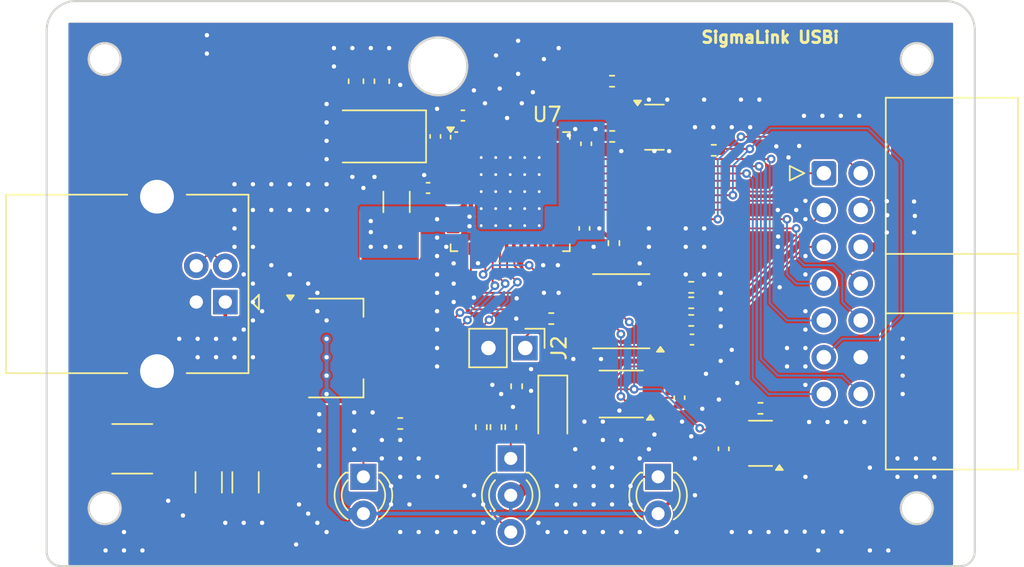
<source format=kicad_pcb>
(kicad_pcb (version 20240108) (generator "pcbnew") (generator_version "8.0")
  (title_block (title "SigmaLink USBi") (date "2018-10-09") (rev "v2r1") (company "SushiBits Projects"))
  (layers (0 "F.Cu" signal) (31 "B.Cu" signal) (34 "B.Paste" user) (35 "F.Paste" user) (36 "B.SilkS" user "B.Silkscreen") (37 "F.SilkS" user "F.Silkscreen") (38 "B.Mask" user) (39 "F.Mask" user) (44 "Edge.Cuts" user))
  (net 0 "")
  (net 1 "+5V")
  (net 2 "GND")
  (net 3 "VCC")
  (net 4 "/XTALO")
  (net 5 "/XTALI")
  (net 6 "Net-(D1-K)")
  (net 7 "Net-(D2-K1)")
  (net 8 "Net-(D2-K2)")
  (net 9 "Net-(D3-K)")
  (net 10 "/D-")
  (net 11 "/D+")
  (net 12 "Net-(J1-VBUS)")
  (net 13 "/~{TLATCH2}")
  (net 14 "/~{TLATCH3}")
  (net 15 "/TSCL")
  (net 16 "/TMCLK")
  (net 17 "/TSDA")
  (net 18 "/TVCC")
  (net 19 "/TOUT")
  (net 20 "/TRESET")
  (net 21 "/TCLK")
  (net 22 "/TDATA")
  (net 23 "/~{TLATCH1}")
  (net 24 "/~{TLATCH4}")
  (net 25 "/~{TLATCH5}")
  (net 26 "/SDA")
  (net 27 "/SCL")
  (net 28 "/MCK")
  (net 29 "Net-(J2-G1)")
  (net 30 "/RESET")
  (net 31 "/USB_EN")
  (net 32 "/LED_GPIO")
  (net 33 "/LED_SPI")
  (net 34 "/LED_I2C")
  (net 35 "Net-(U4-~{RESET})")
  (net 55 "Net-(U2-A2)")
  (net 56 "Net-(U2-A1)")
  (net 57 "Net-(U2-A0)")
  (net 58 "/Vcc(prom)")
  (footprint "Capacitor_SMD:C_0603_1608Metric" (layer "F.Cu") (at 141.11 86.03 90)
    (property "Reference" "C3" (hide yes))
    (property "Value" "22p")
  )
  (footprint "Capacitor_SMD:C_0603_1608Metric" (layer "F.Cu") (at 139.332 86.03 90)
    (property "Reference" "C4" (hide yes))
    (property "Value" "22p")
  )
  (footprint "Capacitor_SMD:C_0402_1005Metric" (layer "F.Cu") (at 155.2 90.348 -90)
    (property "Reference" "C5" (hide yes))
    (property "Value" "100n")
  )
  (footprint "Capacitor_SMD:C_0402_1005Metric" (layer "F.Cu") (at 144.8 89.84 90)
    (property "Reference" "C6" (hide yes))
    (property "Value" "100n")
  )
  (footprint "Capacitor_SMD:C_0402_1005Metric" (layer "F.Cu") (at 146.7 88.4 180)
    (property "Reference" "C7" (hide yes))
    (property "Value" "100n")
  )
  (footprint "Capacitor_SMD:C_0402_1005Metric" (layer "F.Cu") (at 155.08 96.19 -90)
    (property "Reference" "C9" (hide yes))
    (property "Value" "100n")
  )
  (footprint "Capacitor_SMD:C_0402_1005Metric" (layer "F.Cu") (at 162.4968 103.8608)
    (property "Reference" "C11" (hide yes))
    (property "Value" "100n")
  )
  (footprint "Capacitor_SMD:C_0402_1005Metric" (layer "F.Cu") (at 164.6812 111.402 90)
    (property "Reference" "C13" (hide yes))
    (property "Value" "100n")
  )
  (footprint "LED_THT:LED_D3.0mm" (layer "F.Cu") (at 160.16 113.335 -90)
    (property "Reference" "D1" (hide yes))
    (property "Value" "GPIO")
  )
  (footprint "LED_THT:LED_D3.0mm-3" (layer "F.Cu") (at 150 112.065 -90)
    (property "Reference" "D2" (hide yes))
    (property "Value" "MODE")
  )
  (footprint "LED_THT:LED_D3.0mm" (layer "F.Cu") (at 139.84 113.335 -90)
    (property "Reference" "D3" (hide yes))
    (property "Value" "POWER")
  )
  (footprint "Fuse:Fuse_1812_4532Metric_Pad1.30x3.40mm_HandSolder" (layer "F.Cu") (at 123.9 111.4 180)
    (property "Reference" "F1" (hide yes))
    (property "Value" "500mA")
  )
  (footprint "Connector_USB:USB_B_OST_USB-B1HSxx_Horizontal" (layer "F.Cu") (at 130.315 101.27 180)
    (property "Reference" "J1" (hide yes))
    (property "Value" "USB_B")
  )
  (footprint "Connector_IDC:IDC-Header_2x07_P2.54mm_Horizontal" (layer "F.Cu") (at 171.59 92.38)
    (property "Reference" "J3" (hide yes))
    (property "Value" "Target")
  )
  (footprint "Resistor_SMD:R_0402_1005Metric" (layer "F.Cu") (at 156.985 86.03 180)
    (property "Reference" "R6" (hide yes))
    (property "Value" "49.9")
  )
  (footprint "Package_TO_SOT_SMD:SOT-223-3_TabPin2" (layer "F.Cu") (at 137.935 104.445)
    (property "Reference" "U1" (hide yes))
    (property "Value" "AMS1117-3.3")
  )
  (footprint "Package_SO:SOIC-8_3.9x4.9mm_P1.27mm" (layer "F.Cu") (at 157.62 101.905 180)
    (property "Reference" "U2" (hide yes))
    (property "Value" "24LC512")
  )
  (footprint "Package_TO_SOT_SMD:SOT-23" (layer "F.Cu") (at 159.906 89.205)
    (property "Reference" "U4" (hide yes))
    (property "Value" "MAX809")
  )
  (footprint "Package_SO:VSSOP-8_3.0x3.0mm_P0.65mm" (layer "F.Cu") (at 157.62 107.62 180)
    (property "Reference" "U5" (hide yes))
    (property "Value" "74LVC2G66")
  )
  (footprint "Package_TO_SOT_SMD:SOT-23-5" (layer "F.Cu") (at 167.2212 111.021 180)
    (property "Reference" "U6" (hide yes))
    (property "Value" "TPS2051B")
  )
  (footprint "Crystal:Crystal_SMD_5032-2Pin_5.0x3.2mm" (layer "F.Cu") (at 141.11 89.84 180)
    (property "Reference" "Y1" (hide yes))
    (property "Value" "24MHz")
  )
  (footprint "Connector_PinHeader_2.54mm:PinHeader_1x02_P2.54mm_Vertical" (layer "F.Cu") (at 151 104.445 -90)
    (property "Reference" "J2")
    (property "Value" "Program")
  )
  (footprint "Diode_SMD:D_SOD-123" (layer "F.Cu") (at 152.9 108.7 -90)
    (property "Reference" "D4" (hide yes))
    (property "Value" "B5819W SL")
  )
  (footprint "Capacitor_SMD:C_1206_3216Metric" (layer "F.Cu") (at 129.172 113.716 -90)
    (property "Reference" "C1" (hide yes))
    (property "Value" "10V 47uF X5R")
  )
  (footprint "Resistor_SMD:R_0402_1005Metric" (layer "F.Cu") (at 150 109.906 90)
    (property "Reference" "R13" (hide yes))
    (property "Value" "510")
  )
  (footprint "Resistor_SMD:R_0402_1005Metric" (layer "F.Cu") (at 157.112 97.206 90)
    (property "Reference" "R5" (hide yes))
    (property "Value" "10k")
  )
  (footprint "Resistor_SMD:R_0402_1005Metric" (layer "F.Cu") (at 152.794 102.413)
    (property "Reference" "R9" (hide yes))
    (property "Value" "4k7")
  )
  (footprint "Resistor_SMD:R_0402_1005Metric" (layer "F.Cu") (at 167.2212 108.608)
    (property "Reference" "R10" (hide yes))
    (property "Value" "10k")
  )
  (footprint "Capacitor_SMD:C_0402_1005Metric" (layer "F.Cu") (at 161.6332 107.874 90)
    (property "Reference" "C12" (hide yes))
    (property "Value" "100n")
  )
  (footprint "Resistor_SMD:R_0402_1005Metric" (layer "F.Cu") (at 164 90.8 180)
    (property "Reference" "R7" (hide yes))
    (property "Value" "10k")
  )
  (footprint "Resistor_SMD:R_0402_1005Metric" (layer "F.Cu") (at 147.968 109.906 90)
    (property "Reference" "R12" (hide yes))
    (property "Value" "510")
  )
  (footprint "Resistor_SMD:R_0402_1005Metric" (layer "F.Cu") (at 142.38 109.652)
    (property "Reference" "R14" (hide yes))
    (property "Value" "510")
  )
  (footprint "Package_DFN_QFN:QFN-56-1EP_8x8mm_P0.5mm_EP4.5x5.2mm_ThermalVias_TopTented" (layer "F.Cu") (at 149.9625 93.65)
    (property "Reference" "U7")
    (property "Value" "CY7C68013A-56LTX")
  )
  (footprint "Resistor_SMD:R_0402_1005Metric" (layer "F.Cu") (at 157 89.84 180)
    (property "Reference" "R1" (hide yes))
    (property "Value" "4k7")
  )
  (footprint "Resistor_SMD:R_0402_1005Metric" (layer "F.Cu") (at 162.446 100.254 180)
    (property "Reference" "R2" (hide yes))
    (property "Value" "4k7")
  )
  (footprint "Capacitor_SMD:C_1206_3216Metric" (layer "F.Cu") (at 142.126 94.363 90)
    (property "Reference" "C10" (hide yes))
    (property "Value" "10V 47uF X5R")
  )
  (footprint "Resistor_SMD:R_0402_1005Metric" (layer "F.Cu") (at 150.4064 107.0866 90)
    (property "Reference" "R8" (hide yes))
    (property "Value" "4k7")
  )
  (footprint "Resistor_SMD:R_0402_1005Metric" (layer "F.Cu") (at 148.984 109.906 90)
    (property "Reference" "R11" (hide yes))
    (property "Value" "510")
  )
  (footprint "Resistor_SMD:R_0402_1005Metric" (layer "F.Cu") (at 162.446 102.54 180)
    (property "Reference" "R4" (hide yes))
    (property "Value" "4k7")
  )
  (footprint "Capacitor_SMD:C_1206_3216Metric" (layer "F.Cu") (at 131.712 113.716 -90)
    (property "Reference" "C8" (hide yes))
    (property "Value" "10V 47uF X5R")
  )
  (footprint "Capacitor_SMD:C_0402_1005Metric" (layer "F.Cu") (at 144.3 93.4 180)
    (property "Reference" "C2" (hide yes))
    (property "Value" "100n")
  )
  (footprint "Resistor_SMD:R_0402_1005Metric" (layer "F.Cu") (at 162.446 101.3208 180)
    (property "Reference" "R3" (hide yes))
    (property "Value" "4k7")
  )
  (gr_circle (center 122 115.5) (end 123.1 115.5) (stroke (width 0.15)) (fill none) (layer "Edge.Cuts"))
  (gr_arc (start 182 118.5) (mid 181.707107 119.207107) (end 181 119.5) (stroke (width 0.15)) (layer "Edge.Cuts"))
  (gr_arc (start 118 82.5) (mid 118.585786 81.085786) (end 120 80.5) (stroke (width 0.15)) (layer "Edge.Cuts"))
  (gr_line (start 118 118.5) (end 118 82.5) (stroke (width 0.15)) (layer "Edge.Cuts"))
  (gr_arc (start 180 80.5) (mid 181.38358 81.055802) (end 181.998163 82.414293) (stroke (width 0.15)) (layer "Edge.Cuts"))
  (gr_circle (center 145 85) (end 147 85) (stroke (width 0.15)) (fill none) (layer "Edge.Cuts"))
  (gr_line (start 181 119.5) (end 119 119.5) (stroke (width 0.15)) (layer "Edge.Cuts"))
  (gr_circle (center 178 84.5) (end 179.1 84.5) (stroke (width 0.15)) (fill none) (layer "Edge.Cuts"))
  (gr_circle (center 178 115.5) (end 179.1 115.5) (stroke (width 0.15)) (fill none) (layer "Edge.Cuts"))
  (gr_line (start 182 118.5) (end 182 82.414214) (stroke (width 0.15)) (layer "Edge.Cuts"))
  (gr_circle (center 122 84.5) (end 123.1 84.5) (stroke (width 0.15)) (fill none) (layer "Edge.Cuts"))
  (gr_line (start 180 80.5) (end 120 80.5) (stroke (width 0.15)) (layer "Edge.Cuts"))
  (gr_arc (start 119 119.5) (mid 118.292893 119.207107) (end 118 118.5) (stroke (width 0.15)) (layer "Edge.Cuts"))
  (gr_text "SigmaLink USBi" (at 167.9 83 0) (layer "F.SilkS") (effects (font (size 0.8 0.8) (thickness 0.2))))
  (segment (start 134.76 106.77) (end 134.785 106.745) (width 0.254) (layer "F.Cu") (net 1))
  (segment (start 151.3208 118.7452) (end 148.6792 118.7452) (width 0.5) (layer "F.Cu") (net 1))
  (segment (start 161.597976 118.288) (end 151.778 118.288) (width 1) (layer "F.Cu") (net 1))
  (segment (start 131.712 112.867976) (end 137.259024 118.415) (width 1) (layer "F.Cu") (net 1))
  (segment (start 126.966 112.241) (end 126.125 111.4) (width 1) (layer "F.Cu") (net 1))
  (segment (start 148.6792 118.7452) (end 148.222 118.288) (width 0.5) (layer "F.Cu") (net 1))
  (segment (start 166.1212 113.764776) (end 161.597976 118.288) (width 1) (layer "F.Cu") (net 1))
  (segment (start 131.712 112.241) (end 129.172 112.241) (width 1) (layer "F.Cu") (net 1))
  (segment (start 166.1212 111.971) (end 166.1212 113.764776) (width 1) (layer "F.Cu") (net 1))
  (segment (start 151.778 118.288) (end 151.3208 118.7452) (width 0.5) (layer "F.Cu") (net 1))
  (segment (start 166.0322 111.882) (end 166.1212 111.971) (width 0.5) (layer "F.Cu") (net 1))
  (segment (start 129.172 112.241) (end 126.966 112.241) (width 1) (layer "F.Cu") (net 1))
  (segment (start 164.6812 111.882) (end 166.0322 111.882) (width 0.5) (layer "F.Cu") (net 1))
  (segment (start 137.259024 118.415) (end 148.095 118.415) (width 1) (layer "F.Cu") (net 1))
  (segment (start 131.712 112.241) (end 131.712 112.867976) (width 1) (layer "F.Cu") (net 1))
  (segment (start 134.785 99.39) (end 134.76 99.365) (width 0.254) (layer "F.Cu") (net 2))
  (via (at 149.238 86.538) (size 0.6) (drill 0.3) (layers "F.Cu" "B.Cu") (net 2))
  (via (at 133.49 93.142) (size 0.6) (drill 0.3) (layers "F.Cu" "B.Cu") (net 2))
  (via (at 134.76 99.365) (size 0.6) (drill 0.3) (layers "F.Cu" "B.Cu") (net 2))
  (via (at 132.22 105.08) (size 0.6) (drill 0.3) (layers "F.Cu" "B.Cu") (net 2))
  (via (at 132.22 93.142) (size 0.6) (drill 0.3) (layers "F.Cu" "B.Cu") (net 2))
  (via (at 165.621 106.858) (size 0.6) (drill 0.3) (layers "F.Cu" "B.Cu") (net 2))
  (via (at 174.765 118.415) (size 0.6) (drill 0.3) (layers "F.Cu" "B.Cu") (net 2))
  (via (at 163.335 97.46) (size 0.6) (drill 0.3) (layers "F.Cu" "B.Cu") (net 2))
  (via (at 131.585 99.365) (size 0.6) (drill 0.3) (layers "F.Cu" "B.Cu") (net 2))
  (via (at 147.46 117.145) (size 0.6) (drill 0.3) (layers "F.Cu" "B.Cu") (net 2))
  (via (at 157.62 90.856) (size 0.6) (drill 0.3) (layers "F.Cu" "B.Cu") (net 2))
  (via (at 149.3396 107.62) (size 0.6) (drill 0.3) (layers "F.Cu" "B.Cu") (net 2))
  (via (at 163.335 87.3) (size 0.6) (drill 0.3) (layers "F.Cu" "B.Cu") (net 2))
  (via (at 153.81 117.145) (size 0.6) (drill 0.3) (layers "F.Cu" "B.Cu") (net 2))
  (via (at 141.745 115.24) (size 0.6) (drill 0.3) (layers "F.Cu" "B.Cu") (net 2))
  (via (at 170.32 106.985) (size 0.6) (drill 0.3) (layers "F.Cu" "B.Cu") (net 2))
  (via (at 147.46 114.605) (size 0.6) (drill 0.3) (layers "F.Cu" "B.Cu") (net 2))
  (via (at 177.0256 105.08) (size 0.6) (drill 0.3) (layers "F.Cu" "B.Cu") (net 2))
  (via (at 169.685 94.92) (size 0.6) (drill 0.3) (layers "F.Cu" "B.Cu") (net 2))
  (via (at 168.4404 96.7488) (size 0.6) (drill 0.3) (layers "F.Cu" "B.Cu") (net 2))
  (via (at 164.4272 99.365) (size 0.6) (drill 0.3) (layers "F.Cu" "B.Cu") (net 2))
  (via (at 144.92 101.905) (size 0.6) (drill 0.3) (layers "F.Cu" "B.Cu") (net 2))
  (via (at 130.95 96.19) (size 0.6) (drill 0.3) (layers "F.Cu" "B.Cu") (net 2))
  (via (at 153.2512 98.73) (size 0.6) (drill 0.3) (layers "F.Cu" "B.Cu") (net 2))
  (via (at 144.92 98.095) (size 0.6) (drill 0.3) (layers "F.Cu" "B.Cu") (net 2))
  (via (at 163.97 89.205) (size 0.6) (drill 0.3) (layers "F.Cu" "B.Cu") (net 2))
  (via (at 162.7 89.205) (size 0.6) (drill 0.3) (layers "F.Cu" "B.Cu") (net 2))
  (via (at 147.46 86.665) (size 0.6) (drill 0.3) (layers "F.Cu" "B.Cu") (net 2))
  (via (at 148.73 106.985) (size 0.6) (drill 0.3) (layers "F.Cu" "B.Cu") (net 2))
  (via (at 162.446 110.541) (size 0.6) (drill 0.3) (layers "F.Cu" "B.Cu") (net 2))
  (via (at 170.574 109.5504) (size 0.6) (drill 0.3) (layers "F.Cu" "B.Cu") (net 2))
  (via (at 162.065 99.365) (size 0.6) (drill 0.3) (layers "F.Cu" "B.Cu") (net 2))
  (via (at 146.825 113.97) (size 0.6) (drill 0.3) (layers "F.Cu" "B.Cu") (net 2))
  (via (at 150.1524 108.509) (size 0.6) (drill 0.3) (layers "F.Cu" "B.Cu") (net 2))
  (via (at 147.46 100.9652) (size 0.6) (drill 0.3) (layers "F.Cu" "B.Cu") (net 2))
  (via (at 129.68 105.08) (size 0.6) (drill 0.3) (layers "F.Cu" "B.Cu") (net 2))
  (via (at 130.95 105.08) (size 0.6) (drill 0.3) (layers "F.Cu" "B.Cu") (net 2))
  (via (at 143.65 113.335) (size 0.6) (drill 0.3) (layers "F.Cu" "B.Cu") (net 2))
  (via (at 177.0256 103.81) (size 0.6) (drill 0.3) (layers "F.Cu" "B.Cu") (net 2))
  (via (at 164.478 102.9464) (size 0.6) (drill 0.3) (layers "F.Cu" "B.Cu") (net 2))
  (via (at 155.715 115.24) (size 0.6) (drill 0.3) (layers "F.Cu" "B.Cu") (net 2))
  (via (at 166.51 89.205) (size 0.6) (drill 0.3) (layers "F.Cu" "B.Cu") (net 2))
  (via (at 143.65 112.065) (size 0.6) (drill 0.3) (layers "F.Cu" "B.Cu") (net 2))
  (via (at 144.031 92.507) (size 0.6) (drill 0.3) (layers "F.Cu" "B.Cu") (net 2))
  (via (at 168.3134 90.5258) (size 0.6) (drill 0.3) (layers "F.Cu" "B.Cu") (net 2))
  (via (at 179.21 113.335) (size 0.6) (drill 0.3) (layers "F.Cu" "B.Cu") (net 2))
  (via (at 148.984 84.252) (size 0.6) (drill 0.3) (layers "F.Cu" "B.Cu") (net 2))
  (via (at 137.3 88.8748) (size 0.6) (drill 0.3) (layers "F.Cu" "B.Cu") (net 2))
  (via (at 158.89 98.603) (size 0.6) (drill 0.3) (layers "F.Cu" "B.Cu") (net 2))
  (via (at 150.508 85.522) (size 0.6) (drill 0.3) (layers "F.Cu" "B.Cu") (net 2))
  (via (at 146.063 100) (size 0.6) (drill 0.3) (layers "F.Cu" "B.Cu") (net 2))
  (via (at 170.32 98.095) (size 0.6) (drill 0.3) (layers "F.Cu" "B.Cu") (net 2))
  (via (at 159.525 96.19) (size 0.6) (drill 0.3) (layers "F.Cu" "B.Cu") (net 2))
  (via (at 168.415 94.92) (size 0.6) (drill 0.3) (layers "F.Cu" "B.Cu") (net 2))
  (via (at 136.665 100.635) (size 0.6) (drill 0.3) (layers "F.Cu" "B.Cu") (net 2))
  (via (at 132.855 101.905) (size 0.6) (drill 0.3) (layers "F.Cu" "B.Cu") (net 2))
  (via (at 152.286 84.506) (size 0.6) (drill 0.3) (layers "F.Cu" "B.Cu") (net 2))
  (via (at 171.4884 88.4176) (size 0.6) (drill 0.3) (layers "F.Cu" "B.Cu") (net 2))
  (via (at 153.302 83.744) (size 0.6) (drill 0.3) (layers "F.Cu" "B.Cu") (net 2))
  (via (at 170.32 101.905) (size 0.6) (drill 0.3) (layers "F.Cu" "B.Cu") (net 2))
  (via (at 136.03 94.92) (size 0.6) (drill 0.3) (layers "F.Cu" "B.Cu") (net 2))
  (via (at 137.3 94.92) (size 0.6) (drill 0.3) (layers "F.Cu" "B.Cu") (net 2))
  (via (at 159.906 90.856) (size 0.6) (drill 0.3) (layers "F.Cu" "B.Cu") (net 2))
  (via (at 142.38 117.145) (size 0.6) (drill 0.3) (layers "F.Cu" "B.Cu") (net 2))
  (via (at 175.9334 96.4694) (size 0.6) (drill 0.3) (layers "F.Cu" "B.Cu") (net 2))
  (via (at 165.24 117.145) (size 0.6) (drill 0.3) (layers "F.Cu" "B.Cu") (net 2))
  (via (at 148.222 87.554) (size 0.6) (drill 0.3) (layers "F.Cu" "B.Cu") (net 2))
  (via (at 137.808 85.014) (size 0.6) (drill 0.3) (layers "F.Cu" "B.Cu") (net 2))
  (via (at 159.525 111.43) (size 0.6) (drill 0.3) (layers "F.Cu" "B.Cu") (net 2))
  (via (at 159.525 97.46) (size 0.6) (drill 0.3) (layers "F.Cu" "B.Cu") (net 2))
  (via (at 155.715 113.97) (size 0.6) (drill 0.3) (layers "F.Cu" "B.Cu") (net 2))
  (via (at 122.06 118.415) (size 0.6) (drill 0.3) (layers "F.Cu" "B.Cu") (net 2))
  (via (at 163.462 106.223) (size 0.6) (drill 0.3) (layers "F.Cu" "B.Cu") (net 2))
  (via (at 134.76 94.92) (size 0.6) (drill 0.3) (layers "F.Cu" "B.Cu") (net 2))
  (via (at 151.524 86.792) (size 0.6) (drill 0.3) (layers "F.Cu" "B.Cu") (net 2))
  (via (at 136.03 93.142) (size 0.6) (drill 0.3) (layers "F.Cu" "B.Cu") (net 2))
  (via (at 171.5392 117.1196) (size 0.6) (drill 0.3) (layers "F.Cu" "B.Cu") (net 2))
  (via (at 162.7 114.605) (size 0.6) (drill 0.3) (layers "F.Cu" "B.Cu") (net 2))
  (via (at 132.22 94.92) (size 0.6) (drill 0.3) (layers "F.Cu" "B.Cu") (net 2))
  (via (at 144.92 104.445) (size 0.6) (drill 0.3) (layers "F.Cu" "B.Cu") (net 2))
  (via (at 156.985 112.7) (size 0.6) (drill 0.3) (layers "F.Cu" "B.Cu") (net 2))
  (via (at 123.33 118.415) (size 0.6) (drill 0.3) (layers "F.Cu" "B.Cu") (net 2))
  (via (at 144.92 105.715) (size 0.6) (drill 0.3) (layers "F.Cu" "B.Cu") (net 2))
  (via (at 163.335 99.365) (size 0.6) (drill 0.3) (layers "F.Cu" "B.Cu") (net 2))
  (via (at 151.905 116.51) (size 0.6) (drill 0.3) (layers "F.Cu" "B.Cu") (net 2))
  (via (at 144.92 96.825) (size 0.6) (drill 0.3) (layers "F.Cu" "B.Cu") (net 2))
  (via (at 177.0256 106.35) (size 0.6) (drill 0.3) (layers "F.Cu" "B.Cu") (net 2))
  (via (at 150.508 83.236) (size 0.6) (drill 0.3) (layers "F.Cu" "B.Cu") (net 2))
  (via (at 176.67 113.335) (size 0.6) (drill 0.3) (layers "F.Cu" "B.Cu") (net 2))
  (via (at 164.351 108.001) (size 0.6) (drill 0.3) (layers "F.Cu" "B.Cu") (net 2))
  (via (at 144.92 117.145) (size 0.6) (drill 0.3) (layers "F.Cu" "B.Cu") (net 2))
  (via (at 164.478 105.334) (size 0.6) (drill 0.3) (layers "F.Cu" "B.Cu") (net 2))
  (via (at 139.078 83.744) (size 0.6) (drill 0.3) (layers "F.Cu" "B.Cu") (net 2))
  (via (at 156.985 113.97) (size 0.6) (drill 0.3) (layers "F.Cu" "B.Cu") (net 2))
  (via (at 160.922 90.856) (size 0.6) (drill 0.3) (layers "F.Cu" "B.Cu") (net 2))
  (via (at 174.765 112.7) (size 0.6) (drill 0.3) (layers "F.Cu" "B.Cu") (net 2))
  (via (at 127.394 116.002) (size 0.6) (drill 0.3) (layers "F.Cu" "B.Cu") (net 2))
  (via (at 162.065 97.46) (size 0.6) (drill 0.3) (layers "F.Cu" "B.Cu") (net 2))
  (via (at 133.49 98.73) (size 0.6) (drill 0.3) (layers "F.Cu" "B.Cu") (net 2))
  (via (at 142.38 86.284) (size 0.6) (drill 0.3) (layers "F.Cu" "B.Cu") (net 2))
  (via (at 155.08 109.525) (size 0.6) (drill 0.3) (layers "F.Cu" "B.Cu") (net 2))
  (via (at 139.205 110.16) (size 0.6) (drill 0.3) (layers "F.Cu" "B.Cu") (net 2))
  (via (at 149.746 88.57) (size 0.6) (drill 0.3) (layers "F.Cu" "B.Cu") (net 2))
  (via (at 131.585 116.51) (size 0.6) (drill 0.3) (layers "F.Cu" "B.Cu") (net 2))
  (via (at 140.602 92.634) (size 0.6) (drill 0.3) (layers "F.Cu" "B.Cu") (net 2))
  (via (at 169.05 105.715) (size 0.6) (drill 0.3) (layers "F.Cu" "B.Cu") (net 2))
  (via (at 158.89 112.065) (size 0.6) (drill 0.3) (layers "F.Cu" "B.Cu") (net 2))
  (via (at 141.11 110.795) (size 0.6) (drill 0.3) (layers "F.Cu" "B.Cu") (net 2))
  (via (at 146.19 117.145) (size 0.6) (drill 0.3) (layers "F.Cu" "B.Cu") (net 2))
  (via (at 144.92 113.335) (size 0.6) (drill 0.3) (layers "F.Cu" "B.Cu") (net 2))
  (via (at 136.792 111.43) (size 0.6) (drill 0.3) (layers "F.Cu" "B.Cu") (net 2))
  (via (at 172.7584 88.4176) (size 0.6) (drill 0.3) (layers "F.Cu" "B.Cu") (net 2))
  (via (at 152.2352 98.73) (size 0.6) (drill 0.3) (layers "F.Cu" "B.Cu") (net 2))
  (via (at 129.68 103.81) (size 0.6) (drill 0.3) (layers "F.Cu" "B.Cu") (net 2))
  (via (at 148.095 116.51) (size 0.6) (drill 0.3) (layers "F.Cu" "B.Cu") (net 2))
  (via (at 157.62 110.795) (size 0.6) (drill 0.3) (layers "F.Cu" "B.Cu") (net 2))
  (via (at 132.855 116.51) (size 0.6) (drill 0.3) (layers "F.Cu" "B.Cu") (net 2))
  (via (at 177.813 96.4694) (size 0.6) (drill 0.3) (layers "F.Cu" "B.Cu") (net 2))
  (via (at 137.3 117.145) (size 0.6) (drill 0.3) (layers "F.Cu" "B.Cu") (net 2))
  (via (at 158.89 100) (size 0.6) (drill 0.3) (layers "F.Cu" "B.Cu") (net 2))
  (via (at 135.2 118) (size 0.6) (drill 0.3) (layers "F.Cu" "B.Cu") (net 2))
  (via (at 156.223 105.207) (size 0.6) (drill 0.3) (layers "F.Cu" "B.Cu") (net 2))
  (via (at 136.03 100) (size 0.6) (drill 0.3) (layers "F.Cu" "B.Cu") (net 2))
  (via (at 152.54 117.145) (size 0.6) (drill 0.3) (layers "F.Cu" "B.Cu") (net 2))
  (via (at 127.14 103.81) (size 0.6) (drill 0.3) (layers "F.Cu" "B.Cu") (net 2))
  (via (at 175.9588 95.2756) (size 0.6) (drill 0.3) (layers "F.Cu" "B.Cu") (net 2))
  (via (at 159.906 110.414) (size 0.6) (drill 0.3) (layers "F.Cu" "B.Cu") (net 2))
  (via (at 170.32 104.445) (size 0.6) (drill 0.3) (layers "F.Cu" "B.Cu") (net 2))
  (via (at 136.665 116.51) (size 0.6) (drill 0.3) (layers "F.Cu" "B.Cu") (net 2))
  (via (at 170.32 94.285) (size 0.6) (drill 0.3) (layers "F.Cu" "B.Cu") (net 2))
  (via (at 160.795 87.3) (size 0.6) (drill 0.3) (layers "F.Cu" "B.Cu") (net 2))
  (via (at 141.618 83.744) (size 0.6) (drill 0.3) (layers "F.Cu" "B.Cu") (net 2))
  (via (at 137.3 90.1448) (size 0.6) (drill 0.3) (layers "F.Cu" "B.Cu") (net 2))
  (via (at 137.3 87.6048) (size 0.6) (drill 0.3) (layers "F.Cu" "B.Cu") (net 2))
  (via (at 150.4064 101.016) (size 0.6) (drill 0.3) (layers "F.Cu" "B.Cu") (net 2))
  (via (at 145.555 97.46) (size 0.6) (drill 0.3) (layers "F.Cu" "B.Cu") (net 2))
  (via (at 139.078 92.634) (size 0.6) (drill 0.3) (layers "F.Cu" "B.Cu") (net 2))
  (via (at 162.7 112.065) (size 0.6) (drill 0.3) (layers "F.Cu" "B.Cu") (net 2))
  (via (at 130.95 103.81) (size 0.6) (drill 0.3) (layers "F.Cu" "B.Cu") (net 2))
  (via (at 177.94 112.065) (size 0.6) (drill 0.3) (layers "F.Cu" "B.Cu") (net 2))
  (via (at 128.41 105.08) (size 0.6) (drill 0.3) (layers "F.Cu" "B.Cu") (net 2))
  (via (at 144.92 103.175) (size 0.6) (drill 0.3) (layers "F.Cu" "B.Cu") (net 2))
  (via (at 163.335 96.19) (size 0.6) (drill 0.3) (layers "F.Cu" "B.Cu") (net 2))
  (via (at 137.808 83.744) (size 0.6) (drill 0.3) (layers "F.Cu" "B.Cu") (net 2))
  (via (at 144.92 87.935) (size 0.6) (drill 0.3) (layers "F.Cu" "B.Cu") (net 2))
  (via (at 174.0284 88.4176) (size 0.6) (drill 0.3) (layers "F.Cu" "B.Cu") (net 2))
  (via (at 144.92 100.635) (size 0.6) (drill 0.3) (layers "F.Cu" "B.Cu") (net 2))
  (via (at 142.38 112.065) (size 0.6) (drill 0.3) (layers "F.Cu" "B.Cu") (net 2))
  (via (at 152.286 100.635) (size 0.6) (drill 0.3) (layers "F.Cu" "B.Cu") (net 2))
  (via (at 148.095 115.24) (size 0.6) (drill 0.3) (layers "F.Cu" "B.Cu") (net 2))
  (via (at 170.32 103.175) (size 0.6) (drill 0.3) (layers "F.Cu" "B.Cu") (net 2))
  (via (at 130.95 94.92) (size 0.6) (drill 0.3) (layers "F.Cu" "B.Cu") (net 2))
  (via (at 177.0256 107.62) (size 0.6) (drill 0.3) (layers "F.Cu" "B.Cu") (net 2))
  (via (at 136.792 112.573) (size 0.6) (drill 0.3) (layers "F.Cu" "B.Cu") (net 2))
  (via (at 155.08 117.145) (size 0.6) (drill 0.3) (layers "F.Cu" "B.Cu") (net 2))
  (via (at 177.94 113.335) (size 0.6) (drill 0.3) (layers "F.Cu" "B.Cu") (net 2))
  (via (at 140.348 83.744) (size 0.6) (drill 0.3) (layers "F.Cu" "B.Cu") (net 2))
  (via (at 139.84 93.396) (size 0.6) (drill 0.3) (layers "F.Cu" "B.Cu") (net 2))
  (via (at 169.8882 90.5004) (size 0.6) (drill 0.3) (layers "F.Cu" "B.Cu") (net 2))
  (via (at 170.32 105.715) (size 0.6) (drill 0.3) (layers "F.Cu" "B.Cu") (net 2))
  (via (at 150.381 102.413) (size 0.6) (drill 0.3) (layers "F.Cu" "B.Cu") (net 2))
  (via (at 156.985 115.24) (size 0.6) (drill 0.3) (layers "F.Cu" "B.Cu") (net 2))
  (via (at 162.065 96.19) (size 0.6) (drill 0.3) (layers "F.Cu" "B.Cu") (net 2))
  (via (at 129.045 82.855) (size 0.6) (drill 0.3) (layers "F.Cu" "B.Cu") (net 2))
  (via (at 179.21 112.065) (size 0.6) (drill 0.3) (layers "F.Cu" "B.Cu") (net 2))
  (via (at 170.2184 88.4176) (size 0.6) (drill 0.3) (layers "F.Cu" "B.Cu") (net 2))
  (via (at 174.384 109.5504) (size 0.6) (drill 0.3) (layers "F.Cu" "B.Cu") (net 2))
  (via (at 158.89 117.145) (size 0.6) (drill 0.3) (layers "F.Cu" "B.Cu") (net 2))
  (via (at 168.415 97.46) (size 0.6) (drill 0.3) (layers "F.Cu" "B.Cu") (net 2))
  (via (at 143.015 115.24) (size 0.6) (drill 0.3) (layers "F.Cu" "B.Cu") (net 2))
  (via (at 142.38 110.795) (size 0.6) (drill 0.3) (layers "F.Cu" "B.Cu") (net 2))
  (via (at 155.715 112.7) (size 0.6) (drill 0.3) (layers "F.Cu" "B.Cu") (net 2))
  (via (at 146.063 101.27) (size 0.6) (drill 0.3) (layers "F.Cu" "B.Cu") (net 2))
  (via (at 167.78 117.145) (size 0.6) (drill 0.3) (layers "F.Cu" "B.Cu") (net 2))
  (via (at 130.95 93.142) (size 0.6) (drill 0.3) (layers "F.Cu" "B.Cu") (net 2))
  (via (at 158.255 115.24) (size 0.6) (drill 0.3) (layers "F.Cu" "B.Cu") (net 2))
  (via (at 136.792 109.017) (size 0.6) (drill 0.3) (layers "F.Cu" "B.Cu") (net 2))
  (via (at 166.51 117.145) (size 0.6) (drill 0.3) (layers "F.Cu" "B.Cu") (net 2))
  (via (at 169.05 104.445) (size 0.6) (drill 0.3) (layers "F.Cu" "B.Cu") (net 2))
  (via (at 140.475 108.89) (size 0.6) (drill 0.3) (layers "F.Cu" "B.Cu") (net 2))
  (via (at 134.76 93.142) (size 0.6) (drill 0.3) (layers "F.Cu" "B.Cu") (net 2))
  (via (at 128.41 103.81) (size 0.6) (drill 0.3) (layers "F.Cu" "B.Cu") (net 2))
  (via (at 150.762 87.554) (size 0.6) (drill 0.3) (layers "F.Cu" "B.Cu") (net 2))
  (via (at 154.445 113.97) (size 0.6) (drill 0.3) (layers "F.Cu" "B.Cu") (net 2))
  (via (at 165.24 104.572) (size 0.6) (drill 0.3) (layers "F.Cu" "B.Cu") (net 2))
  (via (at 137.3 91.4148) (size 0.6) (drill 0.3) (layers "F.Cu" "B.Cu") (net 2))
  (via (at 137.3 93.142) (size 0.6) (drill 0.3) (layers "F.Cu" "B.Cu") (net 2))
  (via (at 175.9334 94.3104) (size 0.6) (drill 0.3) (layers "F.Cu" "B.Cu") (net 2))
  (via (at 165.24 89.205) (size 0.6) (drill 0.3) (layers "F.Cu" "B.Cu") (net 2))
  (via (at 172.8092 117.1196) (size 0.6) (drill 0.3) (layers "F.Cu" "B.Cu") (net 2))
  (via (at 135.395 115.24) (size 0.6) (drill 0.3) (layers "F.Cu" "B.Cu") (net 2))
  (via (at 177.813 94.3358) (size 0.6) (drill 0.3) (layers "F.Cu" "B.Cu") (net 2))
  (via (at 132.22 100) (size 0.6) (drill 0.3) (layers "F.Cu" "B.Cu") (net 2))
  (via (at 129.045 84.125) (size 0.6) (drill 0.3) (layers "F.Cu" "B.Cu") (net 2))
  (via (at 163.208 108.636) (size 0.6) (drill 0.3) (layers "F.Cu" "B.Cu") (net 2))
  (via (at 154.445 111.43) (size 0.6) (drill 0.3) (layers "F.Cu" "B.Cu") (net 2))
  (via (at 167.145 87.3) (size 0.6) (drill 0.3) (layers "F.Cu" "B.Cu") (net 2))
  (via (at 154.445 115.24) (size 0.6) (drill 0.3) (layers "F.Cu" "B.Cu") (net 2))
  (via (at 169.1516 91.2878) (size 0.6) (drill 0.3) (layers "F.Cu" "B.Cu") (net 2))
  (via (at 156.35 109.525) (size 0.6) (drill 0.3) (layers "F.Cu" "B.Cu") (net 2))
  (via (at 177.8638 95.3264) (size 0.6) (drill 0.3) (layers "F.Cu" "B.Cu") (net 2))
  (via (at 142.38 113.335) (size 0.6) (drill 0.3) (layers "F.Cu" "B.Cu") (net 2))
  (via (at 170.2692 117.1196) (size 0.6) (drill 0.3) (layers "F.Cu" "B.Cu") (net 2))
  (via (at 159.525 87.3) (size 0.6) (drill 0.3) (layers "F.Cu" "B.Cu") (net 2))
  (via (at 136.03 115.875) (size 0.6) (drill 0.3) (layers "F.Cu" "B.Cu") (net 2))
  (via (at 173.114 109.5504) (size 0.6) (drill 0.3) (layers "F.Cu" "B.Cu") (net 2))
  (via (at 144.92 99.365) (size 0.6) (drill 0.3) (layers "F.Cu" "B.Cu") (net 2))
  (via (at 153.175 113.97) (size 0.6) (drill 0.3) (layers "F.Cu" "B.Cu") (net 2))
  (via (at 143.65 117.145) (size 0.6) (drill 0.3) (layers "F.Cu" "B.Cu") (net 2))
  (via (at 165.875 87.3) (size 0.6) (drill 0.3) (layers "F.Cu" "B.Cu") (net 2))
  (via (at 171.209 118.415) (size 0.6) (drill 0.3) (layers "F.Cu" "B.Cu") (net 2))
  (via (at 139.205 108.89) (size 0.6) (drill 0.3) (layers "F.Cu" "B.Cu") (net 2))
  (via (at 126.378 114.986) (size 0.6) (drill 0.3) (layers "F.Cu" "B.Cu") (net 2))
  (via (at 124.6 118.415) (size 0.6) (drill 0.3) (layers "F.Cu" "B.Cu") (net 2))
  (via (at 151.4 105.9) (size 0.6) (drill 0.3) (layers "F.Cu" "B.Cu") (net 2))
  (via (at 155.715 97.46) (size 0.6) (drill 0.3) (layers "F.Cu" "B.Cu") (net 2))
  (via (at 168.542 100.254) (size 0.6) (drill 0.3) (layers "F.Cu" "B.Cu") (net 2))
  (via (at 146.063 98.603) (size 0.6) (drill 0.3) (layers "F.Cu" "B.Cu") (net 2))
  (via (at 130.315 116.51) (size 0.6) (drill 0.3) (layers "F.Cu" "B.Cu") (net 2))
  (via (at 132.22 101.27) (size 0.6) (drill 0.3) (layers "F.Cu" "B.Cu") (net 2))
  (via (at 141.11 112.065) (size 0.6) (drill 0.3) (layers "F.Cu" "B.Cu") (net 2))
  (via (at 136.665 101.905) (size 0.6) (drill 0.3) (layers "F.Cu" "B.Cu") (net 2))
  (via (at 136.792 110.16) (size 0.6) (drill 0.3) (layers "F.Cu" "B.Cu") (net 2))
  (via (at 170.32 99.365) (size 0.6) (drill 0.3) (layers "F.Cu" "B.Cu") (net 2))
  (via (at 156.35 110.795) (size 0.6) (drill 0.3) (layers "F.Cu" "B.Cu") (net 2))
  (via (at 153.175 115.24) (size 0.6) (drill 0.3) (layers "F.Cu" "B.Cu") (net 2))
  (via (at 157.62 117.145) (size 0.6) (drill 0.3) (layers "F.Cu" "B.Cu") (net 2))
  (via (at 123.33 117.145) (size 0.6) (drill 0.3) (layers "F.Cu" "B.Cu") (net 2))
  (via (at 164.478 100.635) (size 0.6) (drill 0.3) (layers "F.Cu" "B.Cu") (net 2))
  (via (at 161.811 109.525) (size 0.6) (drill 0.3) (layers "F.Cu" "B.Cu") (net 2))
  (via (at 132.22 97.46) (size 0.6) (drill 0.3) (layers "F.Cu" "B.Cu") (net 2))
  (via (at 130.95 97.46) (size 0.6) (drill 0.3) (layers "F.Cu" "B.Cu") (net 2))
  (via (at 157.493 108.763) (size 0.6) (drill 0.3) (layers "F.Cu" "B.Cu") (net 2))
  (via (at 137.3 102.54) (size 0.6) (drill 0.3) (layers "F.Cu" "B.Cu") (net 2))
  (via (at 176.035 118.415) (size 0.6) (drill 0.3) (layers "F.Cu" "B.Cu") (net 2))
  (via (at 156.35 117.145) (size 0.6) (drill 0.3) (layers "F.Cu" "B.Cu") (net 2))
  (via (at 151.4 107.4) (size 0.6) (drill 0.3) (layers "F.Cu" "B.Cu") (net 2))
  (via (at 161.43 117.145) (size 0.6) (drill 0.3) (layers "F.Cu" "B.Cu") (net 2))
  (via (at 176.67 112.065) (size 0.6) (drill 0.3) (layers "F.Cu" "B.Cu") (net 2))
  (via (at 170.32 95.555) (size 0.6) (drill 0.3) (layers "F.Cu" "B.Cu") (net 2))
  (via (at 132.22 102.54) (size 0.6) (drill 0.3) (layers "F.Cu" "B.Cu") (net 2))
  (via (at 153.302 100.635) (size 0.6) (drill 0.3) (layers "F.Cu" "B.Cu") (net 2))
  (via (at 158.255 113.97) (size 0.6) (drill 0.3) (layers "F.Cu" "B.Cu") (net 2))
  (via (at 154.318 105.207) (size 0.6) (drill 0.3) (layers "F.Cu" "B.Cu") (net 2))
  (via (at 164.478 101.778) (size 0.6) (drill 0.3) (layers "F.Cu" "B.Cu") (net 2))
  (via (at 168.9992 117.1196) (size 0.6) (drill 0.3) (layers "F.Cu" "B.Cu") (net 2))
  (via (at 170.32 113.335) (size 0.6) (drill 0.3) (layers "F.Cu" "B.Cu") (net 2))
  (via (at 141.745 113.97) (size 0.6) (drill 0.3) (layers "F.Cu" "B.Cu") (net 2))
  (via (at 171.844 109.5504) (size 0.6) (drill 0.3) (layers "F.Cu" "B.Cu") (net 2))
  (via (at 133.49 94.92) (size 0.6) (drill 0.3) (layers "F.Cu" "B.Cu") (net 2))
  (via (at 139.205 111.43) (size 0.6) (drill 0.3) (layers "F.Cu" "B.Cu") (net 2))
  (via (at 131.585 103.175) (size 0.6) (drill 0.3) (layers "F.Cu" "B.Cu") (net 2))
  (segment (start 145.075 95.4) (end 144.92 95.555) (width 0.254) (layer "F.Cu") (net 3))
  (segment (start 155.245 95.4) (end 153.33 95.4) (width 0.254) (layer "F.Cu") (net 3))
  (segment (start 157.112 96.696) (end 156.616 96.696) (width 0.254) (layer "F.Cu") (net 3))
  (segment (start 161.458 108.354) (end 161.6332 108.354) (width 0.254) (layer "F.Cu") (net 3))
  (segment (start 147.25 93.396) (end 147.25 91.364) (width 0.3) (layer "F.Cu") (net 3))
  (segment (start 145.95 95.4) (end 145.075 95.4) (width 0.254) (layer "F.Cu") (net 3))
  (segment (start 154.007 89.77) (end 154.445 89.332) (width 0.3) (layer "F.Cu") (net 3))
  (segment (start 162.771 90.8) (end 163.49 90.8) (width 0.254) (layer "F.Cu") (net 3))
  (segment (start 160.287 109.525) (end 161.458 108.354) (width 0.254) (layer "F.Cu") (net 3))
  (segment (start 153.33 95.4) (end 152.75 95.98) (width 0.254) (layer "F.Cu") (net 3))
  (segment (start 147.1552 95.8344) (end 147.1552 96.0376) (width 0.3) (layer "F.Cu") (net 3))
  (segment (start 147.25 89.815) (end 147.25 88.47) (width 0.254) (layer "F.Cu") (net 3))
  (segment (start 161.314 114.721) (end 161.314 110.552) (width 0.254) (layer "F.Cu") (net 3))
  (segment (start 147.75 98.583664) (end 147.7405 98.593164) (width 0.254) (layer "F.Cu") (net 3))
  (segment (start 147.246 93.4) (end 147.25 93.396) (width 0.3) (layer "F.Cu") (net 3))
  (segment (start 160.16 115.875) (end 161.314 114.721) (width 0.254) (layer "F.Cu") (net 3))
  (segment (start 156.616 96.696) (end 156.11 96.19) (width 0.254) (layer "F.Cu") (net 3))
  (segment (start 144.8 90.863) (end 144.8 90.32) (width 0.3) (layer "F.Cu") (net 3))
  (segment (start 146.7208 95.4) (end 147.1552 95.8344) (width 0.3) (layer "F.Cu") (net 3))
  (segment (start 160.906 89.205) (end 161.176 89.205) (width 0.254) (layer "F.Cu") (net 3))
  (segment (start 146.165 95.4) (end 146.704 95.4) (width 0.3) (layer "F.Cu") (net 3))
  (segment (start 160.287 109.525) (end 157.329 109.525) (width 0.254) (layer "F.Cu") (net 3))
  (segment (start 156.035 96.19) (end 155.245 95.4) (width 0.254) (layer "F.Cu") (net 3))
  (segment (start 146.704 95.4) (end 146.7208 95.4) (width 0.3) (layer "F.Cu") (net 3))
  (segment (start 147.25 91.364) (end 147.214 91.4) (width 0.3) (layer "F.Cu") (net 3))
  (segment (start 154.445 89.332) (end 155.842 89.332) (width 0.3) (layer "F.Cu") (net 3))
  (segment (start 154.007 89.77) (end 153.962 89.815) (width 0.3) (layer "F.Cu") (net 3))
  (segment (start 156.399 108.595) (end 155.42 108.595) (width 0.254) (layer "F.Cu") (net 3))
  (segment (start 157.329 109.525) (end 156.399 108.595) (width 0.254) (layer "F.Cu") (net 3))
  (segment (start 155.969 89.205) (end 160.906 89.205) (width 0.3) (layer "F.Cu") (net 3))
  (segment (start 155.102 89.77) (end 155.2 89.868) (width 0.3) (layer "F.Cu") (net 3))
  (segment (start 147.25 94.854) (end 147.25 93.396) (width 0.3) (layer "F.Cu") (net 3))
  (segment (start 146.165 95.4) (end 145.95 95.4) (width 0.2) (layer "F.Cu") (net 3))
  (segment (start 145.337 91.4) (end 144.8 90.863) (width 0.3) (layer "F.Cu") (net 3))
  (segment (start 155.2 89.868) (end 155.306 89.868) (width 0.3) (layer "F.Cu") (net 3))
  (segment (start 161.314 110.552) (end 160.287 109.525) (width 0.254) (layer "F.Cu") (net 3))
  (segment (start 161.176 89.205) (end 162.771 90.8) (width 0.254) (layer "F.Cu") (net 3))
  (segment (start 152.9 112.1385) (end 152.9 110.35) (width 0.8) (layer "F.Cu") (net 3))
  (segment (start 154.007 89.77) (end 155.102 89.77) (width 0.3) (layer "F.Cu") (net 3))
  (segment (start 147.25 88.47) (end 147.18 88.4) (width 0.254) (layer "F.Cu") (net 3))
  (segment (start 144.78 93.4) (end 147.246 93.4) (width 0.3) (layer "F.Cu") (net 3))
  (segment (start 153.962 89.815) (end 153.25 89.815) (width 0.3) (layer "F.Cu") (net 3))
  (segment (start 150 114.605) (end 150.4335 114.605) (width 0.8) (layer "F.Cu") (net 3))
  (segment (start 152.75 96.615) (end 152.75 97.485) (width 0.254) (layer "F.Cu") (net 3))
  (segment (start 146.704 95.4) (end 147.25 94.854) (width 0.3) (layer "F.Cu") (net 3))
  (segment (start 155.306 89.868) (end 155.842 89.332) (width 0.3) (layer "F.Cu") (net 3))
  (segment (start 152.75 95.98) (end 152.75 96.615) (width 0.254) (layer "F.Cu") (net 3))
  (segment (start 147.25 91.364) (end 147.25 89.815) (width 0.3) (layer "F.Cu") (net 3))
  (segment (start 155.842 89.332) (end 155.969 89.205) (width 0.3) (layer "F.Cu") (net 3))
  (segment (start 150.4335 114.605) (end 152.9 112.1385) (width 0.8) (layer "F.Cu") (net 3))
  (segment (start 147.214 91.4) (end 145.337 91.4) (width 0.3) (layer "F.Cu") (net 3))
  (segment (start 147.75 97.485) (end 147.75 98.583664) (width 0.254) (layer "F.Cu") (net 3))
  (via (at 155.842 89.332) (size 0.6) (drill 0.3) (layers "F.Cu" "B.Cu") (net 3))
  (via (at 140.348 96.444) (size 0.6) (drill 0.3) (layers "F.Cu" "B.Cu") (net 3))
  (via (at 147.1552 96.0376) (size 0.6) (drill 0.3) (layers "F.Cu" "B.Cu") (net 3))
  (via (at 141.364 97.46) (size 0.6) (drill 0.3) (layers "F.Cu" "B.Cu") (net 3))
  (via (at 154.007 89.77) (size 0.6) (drill 0.3) (layers "F.Cu" "B.Cu") (net 3))
  (via (at 140.348 97.46) (size 0.6) (drill 0.3) (layers "F.Cu" "B.Cu") (net 3))
  (via (at 147.1552 95.3772) (size 0.6) (drill 0.3) (layers "F.Cu" "B.Cu") (net 3))
  (via (at 140.348 95.682) (size 0.6) (drill 0.3) (layers "F.Cu" "B.Cu") (net 3))
  (via (at 142.38 97.46) (size 0.6) (drill 0.3) (layers "F.Cu" "B.Cu") (net 3))
  (via (at 156.11 96.19) (size 0.6) (drill 0.3) (layers "F.Cu" "B.Cu") (net 3))
  (via (at 137.3 105.08) (size 0.6) (drill 0.3) (layers "F.Cu" "B.Cu") (net 3))
  (via (at 154.445 89.332) (size 0.6) (drill 0.3) (layers "F.Cu" "B.Cu") (net 3))
  (via (at 144.92 95.555) (size 0.6) (drill 0.3) (layers "F.Cu" "B.Cu") (net 3))
  (via (at 137.3 103.81) (size 0.6) (drill 0.3) (layers "F.Cu" "B.Cu") (net 3))
  (via (at 137.3 106.35) (size 0.6) (drill 0.3) (layers "F.Cu" "B.Cu") (net 3))
  (via (at 137.3 107.62) (size 0.6) (drill 0.3) (layers "F.Cu" "B.Cu") (net 3))
  (via (at 147.7405 98.593164) (size 0.6) (drill 0.3) (layers "F.Cu" "B.Cu") (net 3))
  (segment (start 137.3 107.62) (end 137.3 106.35) (width 0.254) (layer "B.Cu") (net 3))
  (segment (start 137.3 106.35) (end 137.3 105.08) (width 0.254) (layer "B.Cu") (net 3))
  (segment (start 137.3 105.08) (end 137.3 103.81) (width 0.254) (layer "B.Cu") (net 3))
  (segment (start 137.808 115.113) (end 138.57 115.875) (width 0.8) (layer "B.Cu") (net 3))
  (segment (start 137.808 108.128) (end 137.808 115.113) (width 0.8) (layer "B.Cu") (net 3))
  (segment (start 150 115.875) (end 139.84 115.875) (width 0.254) (layer "B.Cu") (net 3))
  (segment (start 138.57 115.875) (end 139.84 115.875) (width 0.8) (layer "B.Cu") (net 3))
  (segment (start 137.3 107.62) (end 137.808 108.128) (width 0.8) (layer "B.Cu") (net 3))
  (segment (start 150 114.605) (end 150 115.875) (width 0.254) (layer "B.Cu") (net 3))
  (segment (start 150 115.875) (end 160.16 115.875) (width 0.254) (layer "B.Cu") (net 3))
  (segment (start 142.96 89.84) (end 141.11 87.99) (width 0.127) (layer "F.Cu") (net 4))
  (segment (start 142.96 89.976) (end 142.96 89.84) (width 0.127) (layer "F.Cu") (net 4))
  (segment (start 146.165 91.9) (end 144.884 91.9) (width 0.127) (layer "F.Cu") (net 4))
  (segment (start 141.11 87.99) (end 141.11 86.905) (width 0.127) (layer "F.Cu") (net 4))
  (segment (start 144.884 91.9) (end 142.96 89.976) (width 0.127) (layer "F.Cu") (net 4))
  (segment (start 139.26 89.84) (end 139.26 86.977) (width 0.127) (layer "F.Cu") (net 5))
  (segment (start 146.165 92.4) (end 144.94 92.4) (width 0.127) (layer "F.Cu") (net 5))
  (segment (start 139.26 86.977) (end 139.332 86.905) (width 0.127) (layer "F.Cu") (net 5))
  (segment (start 141.038 91.618) (end 139.26 89.84) (width 0.127) (layer "F.Cu") (net 5))
  (segment (start 144.94 92.4) (end 144.158 91.618) (width 0.127) (layer "F.Cu") (net 5))
  (segment (start 144.158 91.618) (end 141.038 91.618) (width 0.127) (layer "F.Cu") (net 5))
  (segment (start 153.9545 111.633172) (end 155.656328 113.335) (width 0.127) (layer "F.Cu") (net 6))
  (segment (start 155.656328 113.335) (end 160.16 113.335) (width 0.127) (layer "F.Cu") (net 6))
  (segment (start 150.4064 109.906) (end 151.27 109.0424) (width 0.127) (layer "F.Cu") (net 6))
  (segment (start 153.9545 109.9743) (end 153.9545 111.633172) (width 0.127) (layer "F.Cu") (net 6))
  (segment (start 149.494 109.906) (end 150.4064 109.906) (width 0.127) (layer "F.Cu") (net 6))
  (segment (start 151.27 109.0424) (end 153.0226 109.0424) (width 0.127) (layer "F.Cu") (net 6))
  (segment (start 153.0226 109.0424) (end 153.9545 109.9743) (width 0.127) (layer "F.Cu") (net 6))
  (segment (start 148.984 110.416) (end 149.494 109.906) (width 0.127) (layer "F.Cu") (net 6))
  (segment (start 150 112.065) (end 150 110.416) (width 0.127) (layer "F.Cu") (net 7))
  (segment (start 148.73 115.875) (end 148.73 113.462) (width 0.127) (layer "F.Cu") (net 8))
  (segment (start 148.73 113.462) (end 147.968 112.7) (width 0.127) (layer "F.Cu") (net 8))
  (segment (start 147.968 112.7) (end 147.968 110.416) (width 0.127) (layer "F.Cu") (net 8))
  (segment (start 150 117.145) (end 148.73 115.875) (width 0.127) (layer "F.Cu") (net 8))
  (segment (start 139.84 113.335) (end 139.84 110.795) (width 0.127) (layer "F.Cu") (net 9))
  (segment (start 140.983 109.652) (end 141.87 109.652) (width 0.127) (layer "F.Cu") (net 9))
  (segment (start 139.84 110.795) (end 140.983 109.652) (width 0.127) (layer "F.Cu") (net 9))
  (segment (start 130.502606 94.277) (end 145.524499 94.277) (width 0.127) (layer "F.Cu") (net 10))
  (segment (start 145.647499 94.4) (end 146.165 94.4) (width 0.127) (layer "F.Cu") (net 10))
  (segment (start 130.315 98.77) (end 129.442 97.897) (width 0.127) (layer "F.Cu") (net 10))
  (segment (start 129.442 97.897) (end 129.442 95.337606) (width 0.127) (layer "F.Cu") (net 10))
  (segment (start 129.442 95.337606) (end 130.502606 94.277) (width 0.127) (layer "F.Cu") (net 10))
  (segment (start 145.524499 94.277) (end 145.647499 94.4) (width 0.127) (layer "F.Cu") (net 10))
  (segment (start 129.188 95.232394) (end 130.397394 94.023) (width 0.127) (layer "F.Cu") (net 11))
  (segment (start 145.647499 93.9) (end 146.165 93.9) (width 0.127) (layer "F.Cu") (net 11))
  (segment (start 128.315 98.77) (end 129.188 97.897) (width 0.127) (layer "F.Cu") (net 11))
  (segment (start 130.397394 94.023) (end 145.524499 94.023) (width 0.127) (layer "F.Cu") (net 11))
  (segment (start 129.188 97.897) (end 129.188 95.232394) (width 0.127) (layer "F.Cu") (net 11))
  (segment (start 145.524499 94.023) (end 145.647499 93.9) (width 0.127) (layer "F.Cu") (net 11))
  (segment (start 122.695 103.175) (end 121.425 104.445) (width 0.254) (layer "F.Cu") (net 12))
  (segment (start 130.315 102.374) (end 129.514 103.175) (width 0.254) (layer "F.Cu") (net 12))
  (segment (start 129.514 103.175) (end 122.695 103.175) (width 0.254) (layer "F.Cu") (net 12))
  (segment (start 121.425 111.15) (end 121.675 111.4) (width 0.254) (layer "F.Cu") (net 12))
  (segment (start 130.315 101.27) (end 130.315 102.374) (width 0.254) (layer "F.Cu") (net 12))
  (segment (start 121.425 104.445) (end 121.425 111.15) (width 0.254) (layer "F.Cu") (net 12))
  (segment (start 153.835 93.4) (end 165.625 93.4) (width 0.127) (layer "F.Cu") (net 13))
  (segment (start 168.6944 94.285) (end 170.5994 92.38) (width 0.127) (layer "F.Cu") (net 13))
  (segment (start 170.5994 92.38) (end 171.59 92.38) (width 0.127) (layer "F.Cu") (net 13))
  (segment (start 165.625 93.4) (end 166.51 94.285) (width 0.127) (layer "F.Cu") (net 13))
  (segment (start 166.51 94.285) (end 168.6944 94.285) (width 0.127) (layer "F.Cu") (net 13))
  (segment (start 165.76 92.9) (end 166.51 93.65) (width 0.127) (layer "F.Cu") (net 14))
  (segment (start 166.51 93.65) (end 167.907 93.65) (width 0.127) (layer "F.Cu") (net 14))
  (segment (start 153.835 92.9) (end 165.76 92.9) (width 0.127) (layer "F.Cu") (net 14))
  (segment (start 174.13 92.38) (end 172.733 90.983) (width 0.127) (layer "F.Cu") (net 14))
  (segment (start 172.733 90.983) (end 170.574 90.983) (width 0.127) (layer "F.Cu") (net 14))
  (segment (start 167.907 93.65) (end 170.574 90.983) (width 0.127) (layer "F.Cu") (net 14))
  (segment (start 155.42 107.295) (end 156.399224 107.295) (width 0.127) (layer "F.Cu") (net 15))
  (segment (start 165.2908 101.310142) (end 171.59 95.010942) (width 0.127) (layer "F.Cu") (net 15))
  (segment (start 165.2908 103.2258) (end 165.2908 101.310142) (width 0.127) (layer "F.Cu") (net 15))
  (segment (start 162.8016 105.715) (end 165.2908 103.2258) (width 0.127) (layer "F.Cu") (net 15))
  (segment (start 171.59 95.010942) (end 171.59 94.92) (width 0.127) (layer "F.Cu") (net 15))
  (segment (start 157.979224 105.715) (end 162.8016 105.715) (width 0.127) (layer "F.Cu") (net 15))
  (segment (start 156.399224 107.295) (end 157.979224 105.715) (width 0.127) (layer "F.Cu") (net 15))
  (segment (start 157.495 86.03) (end 173.2156 86.03) (width 0.127) (layer "F.Cu") (net 16))
  (segment (start 173.2156 86.03) (end 176.035 88.8494) (width 0.127) (layer "F.Cu") (net 16))
  (segment (start 176.035 88.8494) (end 176.035 93.015) (width 0.127) (layer "F.Cu") (net 16))
  (segment (start 176.035 93.015) (end 174.13 94.92) (width 0.127) (layer "F.Cu") (net 16))
  (segment (start 171.59 97.46) (end 170.261328 97.46) (width 0.127) (layer "F.Cu") (net 17))
  (segment (start 165.875 105.021328) (end 164.4526 106.443728) (width 0.127) (layer "F.Cu") (net 17))
  (segment (start 163.0461 107.8835) (end 159.8815 107.8835) (width 0.127) (layer "F.Cu") (net 17))
  (segment (start 164.4526 106.477) (end 163.0461 107.8835) (width 0.127) (layer "F.Cu") (net 17))
  (segment (start 170.261328 97.46) (end 165.875 101.846328) (width 0.127) (layer "F.Cu") (net 17))
  (segment (start 159.8815 107.8835) (end 159.82 107.945) (width 0.127) (layer "F.Cu") (net 17))
  (segment (start 164.4526 106.443728) (end 164.4526 106.477) (width 0.127) (layer "F.Cu") (net 17))
  (segment (start 165.875 101.846328) (end 165.875 105.021328) (width 0.127) (layer "F.Cu") (net 17))
  (segment (start 173.865955 111.238) (end 169.75 111.238) (width 0.6) (layer "F.Cu") (net 18))
  (segment (start 175.0444 97.46) (end 175.8318 98.2474) (width 0.6) (layer "F.Cu") (net 18))
  (segment (start 175.8318 109.272155) (end 173.865955 111.238) (width 0.6) (layer "F.Cu") (net 18))
  (segment (start 174.13 97.46) (end 175.0444 97.46) (width 0.6) (layer "F.Cu") (net 18))
  (segment (start 175.8318 98.2474) (end 175.8318 109.272155) (width 0.6) (layer "F.Cu") (net 18))
  (segment (start 169.75 111.238) (end 169.017 111.971) (width 0.6) (layer "F.Cu") (net 18))
  (segment (start 169.017 111.971) (end 168.3212 111.971) (width 0.6) (layer "F.Cu") (net 18))
  (segment (start 153.835 94.4) (end 164.72 94.4) (width 0.127) (layer "F.Cu") (net 19))
  (segment (start 165.875 95.555) (end 169.05 95.555) (width 0.127) (layer "F.Cu") (net 19))
  (segment (start 164.72 94.4) (end 165.875 95.555) (width 0.127) (layer "F.Cu") (net 19))
  (via (at 169.05 95.555) (size 0.6) (drill 0.3) (layers "F.Cu" "B.Cu") (net 19))
  (segment (start 169.685 100) (end 171.59 100) (width 0.127) (layer "B.Cu") (net 19))
  (segment (start 169.05 95.555) (end 169.05 99.365) (width 0.127) (layer "B.Cu") (net 19))
  (segment (start 169.05 99.365) (end 169.685 100) (width 0.127) (layer "B.Cu") (net 19))
  (segment (start 153.556 99.4412) (end 154.826 98.1712) (width 0.127) (layer "F.Cu") (net 20))
  (segment (start 148.25 99.21) (end 148.095 99.365) (width 0.127) (layer "F.Cu") (net 20))
  (segment (start 174.003 89.8654) (end 165.875 89.8654) (width 0.127) (layer "F.Cu") (net 20))
  (segment (start 156.6568 98.1712) (end 157.112 97.716) (width 0.127) (layer "F.Cu") (net 20))
  (segment (start 151.9812 99.4412) (end 153.556 99.4412) (width 0.127) (layer "F.Cu") (net 20))
  (segment (start 175.4 91.2624) (end 174.003 89.8654) (width 0.127) (layer "F.Cu") (net 20))
  (segment (start 159.273 95.555) (end 157.112 97.716) (width 0.127) (layer "F.Cu") (net 20))
  (segment (start 175.4 92.9642) (end 175.4 91.2624) (width 0.127) (layer "F.Cu") (net 20))
  (segment (start 164.2748 95.555) (end 159.273 95.555) (width 0.127) (layer "F.Cu") (net 20))
  (segment (start 172.86 94.4374) (end 173.5966 93.7008) (width 0.127) (layer "F.Cu") (net 20))
  (segment (start 174.6634 93.7008) (end 175.4 92.9642) (width 0.127) (layer "F.Cu") (net 20))
  (segment (start 151.27 98.73) (end 151.9812 99.4412) (width 0.127) (layer "F.Cu") (net 20))
  (segment (start 154.826 98.1712) (end 156.6568 98.1712) (width 0.127) (layer "F.Cu") (net 20))
  (segment (start 148.25 97.485) (end 148.25 99.21) (width 0.127) (layer "F.Cu") (net 20))
  (segment (start 172.86 98.73) (end 172.86 94.4374) (width 0.127) (layer "F.Cu") (net 20))
  (segment (start 174.13 100) (end 172.86 98.73) (width 0.127) (layer "F.Cu") (net 20))
  (segment (start 173.5966 93.7008) (end 174.6634 93.7008) (width 0.127) (layer "F.Cu") (net 20))
  (via (at 164.2748 95.555) (size 0.6) (drill 0.3) (layers "F.Cu" "B.Cu") (net 20))
  (via (at 151.27 98.73) (size 0.6) (drill 0.3) (layers "F.Cu" "B.Cu") (net 20))
  (via (at 148.095 99.365) (size 0.6) (drill 0.3) (layers "F.Cu" "B.Cu") (net 20))
  (via (at 165.875 89.8654) (size 0.6) (drill 0.3) (layers "F.Cu" "B.Cu") (net 20))
  (segment (start 164.2748 95.555) (end 164.2748 91.4656) (width 0.127) (layer "B.Cu") (net 20))
  (segment (start 148.73 98.73) (end 151.27 98.73) (width 0.127) (layer "B.Cu") (net 20))
  (segment (start 164.2748 91.4656) (end 165.875 89.8654) (width 0.127) (layer "B.Cu") (net 20))
  (segment (start 148.095 99.365) (end 148.73 98.73) (width 0.127) (layer "B.Cu") (net 20))
  (segment (start 167.9578 91.4) (end 153.835 91.4) (width 0.127) (layer "F.Cu") (net 21))
  (via (at 167.9578 91.4) (size 0.6) (drill 0.3) (layers "F.Cu" "B.Cu") (net 21))
  (segment (start 169.05 102.54) (end 171.59 102.54) (width 0.127) (layer "B.Cu") (net 21))
  (segment (start 167.8562 91.5016) (end 167.8562 101.3462) (width 0.127) (layer "B.Cu") (net 21))
  (segment (start 167.9578 91.4) (end 167.8562 91.5016) (width 0.127) (layer "B.Cu") (net 21))
  (segment (start 167.8562 101.3462) (end 169.05 102.54) (width 0.127) (layer "B.Cu") (net 21))
  (segment (start 164.585 94.9) (end 153.835 94.9) (width 0.127) (layer "F.Cu") (net 22))
  (segment (start 165.875 96.19) (end 164.585 94.9) (width 0.127) (layer "F.Cu") (net 22))
  (segment (start 169.685 96.19) (end 165.875 96.19) (width 0.127) (layer "F.Cu") (net 22))
  (via (at 169.685 96.19) (size 0.6) (drill 0.3) (layers "F.Cu" "B.Cu") (net 22))
  (segment (start 169.685 96.19) (end 169.685 98.185942) (width 0.127) (layer "B.Cu") (net 22))
  (segment (start 169.685 98.185942) (end 170.229058 98.73) (width 0.127) (layer "B.Cu") (net 22))
  (segment (start 172.86 99.365) (end 172.86 101.27) (width 0.127) (layer "B.Cu") (net 22))
  (segment (start 172.225 98.73) (end 172.86 99.365) (width 0.127) (layer "B.Cu") (net 22))
  (segment (start 170.229058 98.73) (end 172.225 98.73) (width 0.127) (layer "B.Cu") (net 22))
  (segment (start 172.86 101.27) (end 174.13 102.54) (width 0.127) (layer "B.Cu") (net 22))
  (segment (start 166.4846 90.7036) (end 164.6064 90.7036) (width 0.127) (layer "F.Cu") (net 23))
  (segment (start 171.59 105.08) (end 172.225 105.08) (width 0.127) (layer "F.Cu") (net 23))
  (segment (start 165.3162 93.9) (end 153.835 93.9) (width 0.127) (layer "F.Cu") (net 23))
  (segment (start 164.6064 90.7036) (end 164.51 90.8) (width 0.127) (layer "F.Cu") (net 23))
  (via (at 166.4846 90.7036) (size 0.6) (drill 0.3) (layers "F.Cu" "B.Cu") (net 23))
  (via (at 165.3162 93.9) (size 0.6) (drill 0.3) (layers "F.Cu" "B.Cu") (net 23))
  (segment (start 176.924 102.2098) (end 176.924 91.5672) (width 0.127) (layer "B.Cu") (net 23))
  (segment (start 167.907 89.2812) (end 166.4846 90.7036) (width 0.127) (layer "B.Cu") (net 23))
  (segment (start 171.59 105.08) (end 172.86 103.81) (width 0.127) (layer "B.Cu") (net 23))
  (segment (start 176.924 91.5672) (end 174.638 89.2812) (width 0.127) (layer "B.Cu") (net 23))
  (segment (start 175.3238 103.81) (end 176.924 102.2098) (width 0.127) (layer "B.Cu") (net 23))
  (segment (start 165.3162 91.872) (end 166.4846 90.7036) (width 0.127) (layer "B.Cu") (net 23))
  (segment (start 174.638 89.2812) (end 167.907 89.2812) (width 0.127) (layer "B.Cu") (net 23))
  (segment (start 165.3162 93.9) (end 165.3162 91.872) (width 0.127) (layer "B.Cu") (net 23))
  (segment (start 172.86 103.81) (end 175.3238 103.81) (width 0.127) (layer "B.Cu") (net 23))
  (segment (start 166.256 92.4) (end 153.835 92.4) (width 0.127) (layer "F.Cu") (net 24))
  (via (at 166.256 92.4) (size 0.6) (drill 0.3) (layers "F.Cu" "B.Cu") (net 24))
  (segment (start 166.6878 106.5278) (end 167.78 107.62) (width 0.127) (layer "B.Cu") (net 24))
  (segment (start 166.256 92.4) (end 166.6878 92.8318) (width 0.127) (layer "B.Cu") (net 24))
  (segment (start 166.6878 92.8318) (end 166.6878 106.5278) (width 0.127) (layer "B.Cu") (net 24))
  (segment (start 167.78 107.62) (end 171.59 107.62) (width 0.127) (layer "B.Cu") (net 24))
  (segment (start 167.1196 91.9) (end 153.835 91.9) (width 0.127) (layer "F.Cu") (net 25))
  (via (at 167.1196 91.9) (size 0.6) (drill 0.3) (layers "F.Cu" "B.Cu") (net 25))
  (segment (start 172.86 106.35) (end 174.13 107.62) (width 0.127) (layer "B.Cu") (net 25))
  (segment (start 167.1196 91.9) (end 167.2466 92.027) (width 0.127) (layer "B.Cu") (net 25))
  (segment (start 167.2466 105.1816) (end 168.415 106.35) (width 0.127) (layer "B.Cu") (net 25))
  (segment (start 168.415 106.35) (end 172.86 106.35) (width 0.127) (layer "B.Cu") (net 25))
  (segment (start 167.2466 92.027) (end 167.2466 105.1816) (width 0.127) (layer "B.Cu") (net 25))
  (segment (start 147.25 97.485) (end 147.25 99.6884) (width 0.127) (layer "F.Cu") (net 26))
  (segment (start 151.65529 100.5255) (end 152.18079 100) (width 0.127) (layer "F.Cu") (net 26))
  (segment (start 157.5946 107.7855) (end 158.4041 108.595) (width 0.127) (layer "F.Cu") (net 26))
  (segment (start 158.4041 108.595) (end 159.82 108.595) (width 0.127) (layer "F.Cu") (net 26))
  (segment (start 152.18079 100) (end 154.92 100) (width 0.127) (layer "F.Cu") (net 26))
  (segment (start 157.5946 103.370328) (end 156.6548 102.430528) (width 0.127) (layer "F.Cu") (net 26))
  (segment (start 156.6548 100.6096) (end 156.0452 100) (width 0.127) (layer "F.Cu") (net 26))
  (segment (start 157.5946 103.4798) (end 157.5946 103.370328) (width 0.127) (layer "F.Cu") (net 26))
  (segment (start 150.203228 100.5255) (end 151.65529 100.5255) (width 0.127) (layer "F.Cu") (net 26))
  (segment (start 148.1966 100.635) (end 150.093728 100.635) (width 0.127) (layer "F.Cu") (net 26))
  (segment (start 147.25 99.6884) (end 148.1966 100.635) (width 0.127) (layer "F.Cu") (net 26))
  (segment (start 156.6548 102.430528) (end 156.6548 100.6096) (width 0.127) (layer "F.Cu") (net 26))
  (segment (start 150.093728 100.635) (end 150.203228 100.5255) (width 0.127) (layer "F.Cu") (net 26))
  (segment (start 156.0452 100) (end 154.92 100) (width 0.127) (layer "F.Cu") (net 26))
  (via (at 157.5946 103.4798) (size 0.6) (drill 0.3) (layers "F.Cu" "B.Cu") (net 26))
  (via (at 157.5946 107.7855) (size 0.6) (drill 0.3) (layers "F.Cu" "B.Cu") (net 26))
  (segment (start 157.5946 107.7855) (end 157.5946 103.4798) (width 0.127) (layer "B.Cu") (net 26))
  (segment (start 151.635495 101.778) (end 152.143495 101.27) (width 0.127) (layer "F.Cu") (net 27))
  (segment (start 147.46 101.778) (end 148.857 101.778) (width 0.127) (layer "F.Cu") (net 27))
  (segment (start 146.75 101.068) (end 146.75 97.485) (width 0.127) (layer "F.Cu") (net 27))
  (segment (start 153.8 108.2) (end 154.5045 107.4955) (width 0.127) (layer "F.Cu") (net 27))
  (segment (start 152.143495 101.27) (end 154.92 101.27) (width 0.127) (layer "F.Cu") (net 27))
  (segment (start 149.5 101.778) (end 151.635495 101.778) (width 0.127) (layer "F.Cu") (net 27))
  (segment (start 150.4064 107.5966) (end 149.5 106.6902) (width 0.127) (layer "F.Cu") (net 27))
  (segment (start 149.5 106.6902) (end 149.5 101.778) (width 0.127) (layer "F.Cu") (net 27))
  (segment (start 147.46 101.778) (end 146.75 101.068) (width 0.127) (layer "F.Cu") (net 27))
  (segment (start 148.857 101.778) (end 149.5 101.778) (width 0.127) (layer "F.Cu") (net 27))
  (segment (start 154.739 106.645) (end 155.42 106.645) (width 0.127) (layer "F.Cu") (net 27))
  (segment (start 154.5045 107.4955) (end 154.5045 106.8795) (width 0.127) (layer "F.Cu") (net 27))
  (segment (start 151.0098 108.2) (end 153.8 108.2) (width 0.127) (layer "F.Cu") (net 27))
  (segment (start 150.4064 107.5966) (end 150.3576 107.5966) (width 0.127) (layer "F.Cu") (net 27))
  (segment (start 154.5045 106.8795) (end 154.739 106.645) (width 0.127) (layer "F.Cu") (net 27))
  (segment (start 150.4064 107.5966) (end 151.0098 108.2) (width 0.127) (layer "F.Cu") (net 27))
  (segment (start 156.475 86.03) (end 151.063 86.03) (width 0.127) (layer "F.Cu") (net 28))
  (segment (start 147.75 89.343) (end 147.75 89.815) (width 0.127) (layer "F.Cu") (net 28))
  (segment (start 151.063 86.03) (end 147.75 89.343) (width 0.127) (layer "F.Cu") (net 28))
  (segment (start 151 103.697) (end 152.284 102.413) (width 0.127) (layer "F.Cu") (net 29))
  (segment (start 152.7945 101.9025) (end 153.6513 101.9025) (width 0.127) (layer "F.Cu") (net 29))
  (segment (start 152.284 102.413) (end 152.7945 101.9025) (width 0.127) (layer "F.Cu") (net 29))
  (segment (start 153.6513 101.9025) (end 154.2888 102.54) (width 0.127) (layer "F.Cu") (net 29))
  (segment (start 151 104.445) (end 151 103.697) (width 0.127) (layer "F.Cu") (net 29))
  (segment (start 154.2888 102.54) (end 154.92 102.54) (width 0.127) (layer "F.Cu") (net 29))
  (segment (start 153.8775 90.3575) (end 153.835 90.4) (width 0.127) (layer "F.Cu") (net 30))
  (segment (start 155.9725 90.3575) (end 153.8775 90.3575) (width 0.127) (layer "F.Cu") (net 30))
  (segment (start 155.9725 90.3575) (end 156.49 89.84) (width 0.127) (layer "F.Cu") (net 30))
  (segment (start 163.119 110.071) (end 166.1212 110.071) (width 0.127) (layer "F.Cu") (net 31))
  (segment (start 163.0302 109.9822) (end 163.119 110.071) (width 0.127) (layer "F.Cu") (net 31))
  (segment (start 158.968 107.295) (end 159.82 107.295) (width 0.127) (layer "F.Cu") (net 31))
  (segment (start 158.16909 102.6416) (end 158.128 102.6416) (width 0.127) (layer "F.Cu") (net 31))
  (segment (start 153.718 99.746) (end 151.2192 99.746) (width 0.127) (layer "F.Cu") (net 31))
  (segment (start 156.096 99.2888) (end 154.1752 99.2888) (width 0.127) (layer "F.Cu") (net 31))
  (segment (start 166.1212 109.198) (end 166.7112 108.608) (width 0.127) (layer "F.Cu") (net 31))
  (segment (start 158.128 102.6416) (end 157.2644 101.778) (width 0.127) (layer "F.Cu") (net 31))
  (segment (start 154.1752 99.2888) (end 153.718 99.746) (width 0.127) (layer "F.Cu") (net 31))
  (segment (start 158.170304 102.642814) (end 158.16909 102.6416) (width 0.127) (layer "F.Cu") (net 31))
  (segment (start 150.25 98.7768) (end 150.25 97.485) (width 0.127) (layer "F.Cu") (net 31))
  (segment (start 151.2192 99.746) (end 150.25 98.7768) (width 0.127) (layer "F.Cu") (net 31))
  (segment (start 157.2644 100.4572) (end 156.096 99.2888) (width 0.127) (layer "F.Cu") (net 31))
  (segment (start 155.42 107.945) (end 156.272 107.945) (width 0.127) (layer "F.Cu") (net 31))
  (segment (start 157.2644 101.778) (end 157.2644 100.4572) (width 0.127) (layer "F.Cu") (net 31))
  (segment (start 156.272 107.945) (end 156.922 107.295) (width 0.127) (layer "F.Cu") (net 31))
  (segment (start 166.1212 110.071) (end 166.1212 109.198) (width 0.127) (layer "F.Cu") (net 31))
  (segment (start 156.922 107.295) (end 158.968 107.295) (width 0.127) (layer "F.Cu") (net 31))
  (via (at 163.0302 109.9822) (size 0.6) (drill 0.3) (layers "F.Cu" "B.Cu") (net 31))
  (via (at 158.509 107.2898) (size 0.6) (drill 0.3) (layers "F.Cu" "B.Cu") (net 31))
  (via (at 158.170304 102.642814) (size 0.6) (drill 0.3) (layers "F.Cu" "B.Cu") (net 31))
  (segment (start 163.0302 109.9822) (end 160.3378 107.2898) (width 0.127) (layer "B.Cu") (net 31))
  (segment (start 158.170304 102.642814) (end 158.509 102.98151) (width 0.127) (layer "B.Cu") (net 31))
  (segment (start 160.3378 107.2898) (end 158.509 107.2898) (width 0.127) (layer "B.Cu") (net 31))
  (segment (start 158.509 102.98151) (end 158.509 107.2898) (width 0.127) (layer "B.Cu") (net 31))
  (segment (start 146.5 106.912) (end 148.984 109.396) (width 0.127) (layer "F.Cu") (net 32))
  (segment (start 149.619 100) (end 149.25 99.631) (width 0.127) (layer "F.Cu") (net 32))
  (segment (start 146.5 103.028138) (end 146.5 106.912) (width 0.127) (layer "F.Cu") (net 32))
  (segment (start 149.25 99.631) (end 149.25 97.485) (width 0.127) (layer "F.Cu") (net 32))
  (segment (start 147.014069 102.514069) (end 146.5 103.028138) (width 0.127) (layer "F.Cu") (net 32))
  (via (at 147.014069 102.514069) (size 0.6) (drill 0.3) (layers "F.Cu" "B.Cu") (net 32))
  (via (at 149.619 100) (size 0.6) (drill 0.3) (layers "F.Cu" "B.Cu") (net 32))
  (segment (start 148.895061 100.633077) (end 149.109287 100.633077) (width 0.127) (layer "B.Cu") (net 32))
  (segment (start 149.109287 100.633077) (end 149.619 100.123364) (width 0.127) (layer "B.Cu") (net 32))
  (segment (start 149.619 100.123364) (end 149.619 100) (width 0.127) (layer "B.Cu") (net 32))
  (segment (start 147.014069 102.514069) (end 148.895061 100.633077) (width 0.127) (layer "B.Cu") (net 32))
  (segment (start 147 106.398) (end 149.998 109.396) (width 0.127) (layer "F.Cu") (net 33))
  (segment (start 149.998 109.396) (end 150 109.396) (width 0.127) (layer "F.Cu") (net 33))
  (segment (start 148.5 102.5) (end 147 104) (width 0.127) (layer "F.Cu") (net 33))
  (segment (start 149.75 99.1912) (end 150.4572 99.8984) (width 0.127) (layer "F.Cu") (net 33))
  (segment (start 149.75 97.485) (end 149.75 99.1912) (width 0.127) (layer "F.Cu") (net 33))
  (segment (start 147 104) (end 147 106.398) (width 0.127) (layer "F.Cu") (net 33))
  (via (at 150.4572 99.8984) (size 0.6) (drill 0.3) (layers "F.Cu" "B.Cu") (net 33))
  (via (at 148.5 102.5) (size 0.6) (drill 0.3) (layers "F.Cu" "B.Cu") (net 33))
  (segment (start 149.7968 101.2032) (end 149.7968 100.5588) (width 0.127) (layer "B.Cu") (net 33))
  (segment (start 148.5 102.5) (end 149.7968 101.2032) (width 0.127) (layer "B.Cu") (net 33))
  (segment (start 149.7968 100.5588) (end 150.4572 99.8984) (width 0.127) (layer "B.Cu") (net 33))
  (segment (start 146 102.5) (end 146 107.2268) (width 0.127) (layer "F.Cu") (net 34))
  (segment (start 146 107.2268) (end 147.968 109.1948) (width 0.127) (layer "F.Cu") (net 34))
  (segment (start 148.906115 100.142577) (end 148.75 99.986462) (width 0.127) (layer "F.Cu") (net 34))
  (segment (start 146.5 102) (end 146 102.5) (width 0.127) (layer "F.Cu") (net 34))
  (segment (start 148.75 99.986462) (end 148.75 97.485) (width 0.127) (layer "F.Cu") (net 34))
  (segment (start 147.968 109.1948) (end 147.968 109.396) (width 0.127) (layer "F.Cu") (net 34))
  (via (at 146.5 102) (size 0.6) (drill 0.3) (layers "F.Cu" "B.Cu") (net 34))
  (via (at 148.906115 100.142577) (size 0.6) (drill 0.3) (layers "F.Cu" "B.Cu") (net 34))
  (segment (start 146.5 102) (end 147.118872 102) (width 0.127) (layer "B.Cu") (net 34))
  (segment (start 148.906115 100.212757) (end 148.906115 100.142577) (width 0.127) (layer "B.Cu") (net 34))
  (segment (start 147.118872 102) (end 148.906115 100.212757) (width 0.127) (layer "B.Cu") (net 34))
  (segment (start 157.874 89.84) (end 158.189 90.155) (width 0.127) (layer "F.Cu") (net 35))
  (segment (start 157.51 89.84) (end 157.874 89.84) (width 0.127) (layer "F.Cu") (net 35))
  (segment (start 158.189 90.155) (end 158.906 90.155) (width 0.127) (layer "F.Cu") (net 35))
  (segment (start 160.32 101.27) (end 160.92 101.27) (width 0.127) (layer "F.Cu") (net 55))
  (segment (start 160.92 101.27) (end 161.936 100.254) (width 0.127) (layer "F.Cu") (net 55))
  (segment (start 160.7168 102.54) (end 161.936 101.3208) (width 0.127) (layer "F.Cu") (net 56))
  (segment (start 160.32 102.54) (end 160.7168 102.54) (width 0.127) (layer "F.Cu") (net 56))
  (segment (start 161.936 102.54) (end 160.666 103.81) (width 0.25) (layer "F.Cu") (net 57))
  (segment (start 160.666 103.81) (end 160.32 103.81) (width 0.25) (layer "F.Cu") (net 57))
  (segment (start 150.4064 106.5766) (end 152.4266 106.5766) (width 0.127) (layer "F.Cu") (net 58))
  (segment (start 153.2004 106.7496) (end 153.2004 103.81) (width 0.8) (layer "F.Cu") (net 58))
  (segment (start 153.2004 103.81) (end 154.92 103.81) (width 0.8) (layer "F.Cu") (net 58))
  (segment (start 162.0396 104.6728) (end 157.3078 104.6728) (width 0.75) (layer "F.Cu") (net 58))
  (segment (start 162.0168 104.2952) (end 162.0168 103.8608) (width 0.75) (layer "F.Cu") (net 58))
  (segment (start 152.9 107.05) (end 153.2004 106.7496) (width 0.8) (layer "F.Cu") (net 58))
  (segment (start 162.0396 104.6728) (end 162.0396 104.318) (width 0.75) (layer "F.Cu") (net 58))
  (segment (start 157.3078 104.6728) (end 156.445 103.81) (width 0.75) (layer "F.Cu") (net 58))
  (segment (start 153.2004 102.5166) (end 153.2004 103.81) (width 0.254) (layer "F.Cu") (net 58))
  (segment (start 156.445 103.81) (end 154.92 103.81) (width 0.75) (layer "F.Cu") (net 58))
  (segment (start 162.956 102.54) (end 162.956 102.9216) (width 0.25) (layer "F.Cu") (net 58))
  (segment (start 152.4266 106.5766) (end 152.9 107.05) (width 0.127) (layer "F.Cu") (net 58))
  (segment (start 162.956 102.9216) (end 162.0168 103.8608) (width 0.25) (layer "F.Cu") (net 58))
  (segment (start 153.304 102.413) (end 153.2004 102.5166) (width 0.254) (layer "F.Cu") (net 58))
  (zone (net 3) (net_name "VCC") (layer "F.Cu") (priority 2) (connect_pads (clearance 0.127)) (min_thickness 0.127) (fill yes (thermal_gap 0.127) (thermal_bridge_width 0.254))
    (polygon (pts (xy 143.65 108.255) (xy 136.665 108.255) (xy 136.665 105.715) (xy 132.855 105.715) (xy 132.855 103.175) (xy 139.713 103.175) (xy 139.713 94.92) (xy 143.65 94.92)))
  )
  (zone (net 1) (net_name "+5V") (layer "F.Cu") (priority 1) (connect_pads (clearance 0.127)) (min_thickness 0.127) (fill yes (thermal_gap 0.127) (thermal_bridge_width 0.254))
    (polygon (pts (xy 136.157 113.97) (xy 125.066 113.97) (xy 125.066 110.16) (xy 129.045 105.715) (xy 136.157 105.715)))
  )
  (zone (net 2) (net_name "GND") (layers "F&B.Cu") (connect_pads yes (clearance 0.127)) (min_thickness 0.127) (fill yes (thermal_gap 0.127) (thermal_bridge_width 0.254))
    (polygon (pts (xy 180.5 119.5) (xy 119.5 119.5) (xy 119.5 82) (xy 180.5 82)))
  )
  (zone (net 3) (net_name "VCC") (layer "B.Cu") (priority 3) (connect_pads (clearance 0.127)) (min_thickness 0.2) (fill yes (thermal_gap 0.2) (thermal_bridge_width 0.2))
    (polygon (pts (xy 139.586 98.222) (xy 143.65 98.222) (xy 143.65 96.444) (xy 147.206 96.444) (xy 147.206 98.984) (xy 148.73 98.984) (xy 149.6 97.3) (xy 154.4 97.3) (xy 154.572 96.952) (xy 156.477 96.952) (xy 156.477 94.666) (xy 156.477 88.824) (xy 153.302 88.824) (xy 153.302 94.666) (xy 139.586 94.666)))
  )
)
</source>
